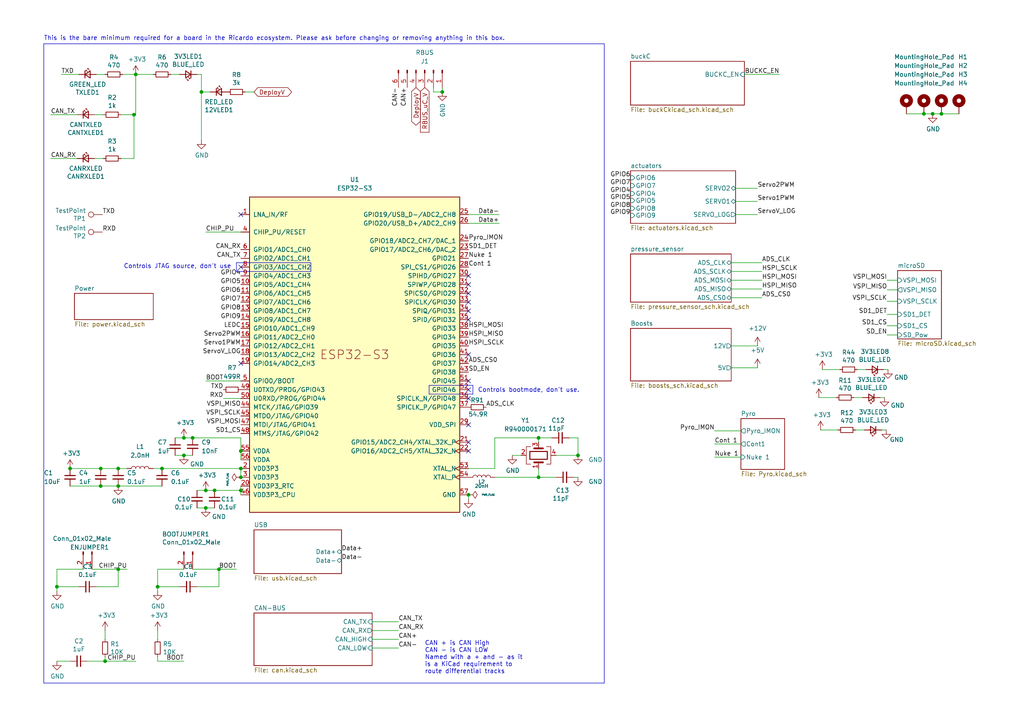
<source format=kicad_sch>
(kicad_sch (version 20231120) (generator "eeschema") (generator_version "8.0")
  (paper "A4")
  (lib_symbols
    (symbol "+12V_1" (power) (pin_names (offset 0))
      (property "Value" "+12V_1" (at 0 3.556 0))
      (symbol "+12V_1_0_1"
        (polyline (pts (xy -0.762 1.27) (xy 0 2.54)))
        (polyline (pts (xy 0 0) (xy 0 2.54)))
        (polyline (pts (xy 0 2.54) (xy 0.762 1.27)))
      )
      (symbol "+12V_1_1_1"
        (pin power_in line (at 0 0 90) (length 0) hide (name "+12V") (number "1"))
      )
    )
    (symbol "Connector:Conn_01x02_Male" (pin_names (offset 1.016) hide)
      (property "Reference" "J" (at 0 2.54 0))
      (property "Value" "Conn_01x02_Male" (at 0 -5.08 0))
      (symbol "Conn_01x02_Male_1_1"
        (polyline (pts (xy 1.27 -2.54) (xy 0.8636 -2.54)) (stroke (width 0.1524)))
        (polyline (pts (xy 1.27 0) (xy 0.8636 0)) (stroke (width 0.1524)))
        (rectangle (start 0.8636 -2.413) (end 0 -2.667) (stroke (width 0.1524)) (fill (type outline)))
        (rectangle (start 0.8636 0.127) (end 0 -0.127) (stroke (width 0.1524)) (fill (type outline)))
        (pin passive line (at 5.08 0 180) (length 3.81) (name "Pin_1") (number "1"))
        (pin passive line (at 5.08 -2.54 180) (length 3.81) (name "Pin_2") (number "2"))
      )
    )
    (symbol "Connector:Conn_01x06_Male" (pin_names (offset 1.016) hide)
      (property "Reference" "J" (at 0 7.62 0))
      (property "Value" "Conn_01x06_Male" (at 0 -10.16 0))
      (symbol "Conn_01x06_Male_1_1"
        (polyline (pts (xy 1.27 -7.62) (xy 0.8636 -7.62)) (stroke (width 0.1524)))
        (polyline (pts (xy 1.27 -5.08) (xy 0.8636 -5.08)) (stroke (width 0.1524)))
        (polyline (pts (xy 1.27 -2.54) (xy 0.8636 -2.54)) (stroke (width 0.1524)))
        (polyline (pts (xy 1.27 0) (xy 0.8636 0)) (stroke (width 0.1524)))
        (polyline (pts (xy 1.27 2.54) (xy 0.8636 2.54)) (stroke (width 0.1524)))
        (polyline (pts (xy 1.27 5.08) (xy 0.8636 5.08)) (stroke (width 0.1524)))
        (rectangle (start 0.8636 -7.493) (end 0 -7.747) (stroke (width 0.1524)) (fill (type outline)))
        (rectangle (start 0.8636 -4.953) (end 0 -5.207) (stroke (width 0.1524)) (fill (type outline)))
        (rectangle (start 0.8636 -2.413) (end 0 -2.667) (stroke (width 0.1524)) (fill (type outline)))
        (rectangle (start 0.8636 0.127) (end 0 -0.127) (stroke (width 0.1524)) (fill (type outline)))
        (rectangle (start 0.8636 2.667) (end 0 2.413) (stroke (width 0.1524)) (fill (type outline)))
        (rectangle (start 0.8636 5.207) (end 0 4.953) (stroke (width 0.1524)) (fill (type outline)))
        (pin passive line (at 5.08 5.08 180) (length 3.81) (name "Pin_1") (number "1"))
        (pin passive line (at 5.08 2.54 180) (length 3.81) (name "Pin_2") (number "2"))
        (pin passive line (at 5.08 0 180) (length 3.81) (name "Pin_3") (number "3"))
        (pin passive line (at 5.08 -2.54 180) (length 3.81) (name "Pin_4") (number "4"))
        (pin passive line (at 5.08 -5.08 180) (length 3.81) (name "Pin_5") (number "5"))
        (pin passive line (at 5.08 -7.62 180) (length 3.81) (name "Pin_6") (number "6"))
      )
    )
    (symbol "Connector:TestPoint" (pin_numbers hide) (pin_names (offset 0.762) hide)
      (property "Reference" "TP" (at 0 6.858 0))
      (property "Value" "TestPoint" (at 0 5.08 0))
      (symbol "TestPoint_0_1"
        (circle (center 0 3.302) (radius 0.762))
      )
      (symbol "TestPoint_1_1"
        (pin passive line (at 0 0 90) (length 2.54) (name "1") (number "1"))
      )
    )
    (symbol "Device:C_Small" (pin_numbers hide) (pin_names (offset 0.254) hide)
      (property "Reference" "C" (at 0.254 1.778 0))
      (property "Value" "C_Small" (at 0.254 -2.032 0))
      (symbol "C_Small_0_1"
        (polyline (pts (xy -1.524 -0.508) (xy 1.524 -0.508)) (stroke (width 0.3302)))
        (polyline (pts (xy -1.524 0.508) (xy 1.524 0.508)) (stroke (width 0.3048)))
      )
      (symbol "C_Small_1_1"
        (pin passive line (at 0 2.54 270) (length 2.032) (name "~") (number "1"))
        (pin passive line (at 0 -2.54 90) (length 2.032) (name "~") (number "2"))
      )
    )
    (symbol "Device:Crystal_GND24" (pin_names (offset 1.016) hide)
      (property "Reference" "Y" (at 3.175 5.08 0))
      (property "Value" "Crystal_GND24" (at 3.175 3.175 0))
      (symbol "Crystal_GND24_0_1"
        (rectangle (start -1.143 2.54) (end 1.143 -2.54) (stroke (width 0.3048)))
        (polyline (pts (xy -2.54 0) (xy -2.032 0)))
        (polyline (pts (xy -2.032 -1.27) (xy -2.032 1.27)) (stroke (width 0.508)))
        (polyline (pts (xy 0 -3.81) (xy 0 -3.556)))
        (polyline (pts (xy 0 3.556) (xy 0 3.81)))
        (polyline (pts (xy 2.032 -1.27) (xy 2.032 1.27)) (stroke (width 0.508)))
        (polyline (pts (xy 2.032 0) (xy 2.54 0)))
        (polyline (pts (xy -2.54 -2.286) (xy -2.54 -3.556) (xy 2.54 -3.556) (xy 2.54 -2.286)))
        (polyline (pts (xy -2.54 2.286) (xy -2.54 3.556) (xy 2.54 3.556) (xy 2.54 2.286)))
      )
      (symbol "Crystal_GND24_1_1"
        (pin passive line (at -3.81 0 0) (length 1.27) (name "1") (number "1"))
        (pin passive line (at 0 5.08 270) (length 1.27) (name "2") (number "2"))
        (pin passive line (at 3.81 0 180) (length 1.27) (name "3") (number "3"))
        (pin passive line (at 0 -5.08 90) (length 1.27) (name "4") (number "4"))
      )
    )
    (symbol "Device:L" (pin_numbers hide) (pin_names (offset 1.016) hide)
      (property "Reference" "L" (at -1.27 0 90))
      (property "Value" "L" (at 1.905 0 90))
      (symbol "L_0_1"
        (arc (start 0 -2.54) (mid 0.6323 -1.905) (end 0 -1.27))
        (arc (start 0 -1.27) (mid 0.6323 -0.635) (end 0 0))
        (arc (start 0 0) (mid 0.6323 0.635) (end 0 1.27))
        (arc (start 0 1.27) (mid 0.6323 1.905) (end 0 2.54))
      )
      (symbol "L_1_1"
        (pin passive line (at 0 3.81 270) (length 1.27) (name "1") (number "1"))
        (pin passive line (at 0 -3.81 90) (length 1.27) (name "2") (number "2"))
      )
    )
    (symbol "Device:LED_Small" (pin_numbers hide) (pin_names (offset 0.254) hide)
      (property "Reference" "D" (at -1.27 3.175 0))
      (property "Value" "LED_Small" (at -4.445 -2.54 0))
      (symbol "LED_Small_0_1"
        (polyline (pts (xy -0.762 -1.016) (xy -0.762 1.016)) (stroke (width 0.254)))
        (polyline (pts (xy 1.016 0) (xy -0.762 0)))
        (polyline (pts (xy 0.762 -1.016) (xy -0.762 0) (xy 0.762 1.016) (xy 0.762 -1.016)) (stroke (width 0.254)))
        (polyline (pts (xy 0 0.762) (xy -0.508 1.27) (xy -0.254 1.27) (xy -0.508 1.27) (xy -0.508 1.016)))
        (polyline (pts (xy 0.508 1.27) (xy 0 1.778) (xy 0.254 1.778) (xy 0 1.778) (xy 0 1.524)))
      )
      (symbol "LED_Small_1_1"
        (pin passive line (at -2.54 0 0) (length 1.778) (name "K") (number "1"))
        (pin passive line (at 2.54 0 180) (length 1.778) (name "A") (number "2"))
      )
    )
    (symbol "Device:R_Small" (pin_numbers hide) (pin_names (offset 0.254) hide)
      (property "Reference" "R" (at 0.762 0.508 0))
      (property "Value" "R_Small" (at 0.762 -1.016 0))
      (symbol "R_Small_0_1"
        (rectangle (start -0.762 1.778) (end 0.762 -1.778) (stroke (width 0.2032)))
      )
      (symbol "R_Small_1_1"
        (pin passive line (at 0 2.54 270) (length 0.762) (name "~") (number "1"))
        (pin passive line (at 0 -2.54 90) (length 0.762) (name "~") (number "2"))
      )
    )
    (symbol "Espressif:ESP32-S3" (pin_names (offset 1.016))
      (property "Reference" "U" (at 0 48.26 0))
      (property "Value" "ESP32-S3" (at 0 -48.26 0))
      (symbol "ESP32-S3_0_0"
        (text "ESP32-S3" (at 0 0 0) (effects (font (size 2.54 2.54))))
        (pin bidirectional line (at 33.02 -12.7 180) (length 2.54) (name "SPICLK_N/GPIO48") (number "36"))
        (pin bidirectional line (at 33.02 -15.24 180) (length 2.54) (name "SPICLK_P/GPIO47") (number "37"))
      )
      (symbol "ESP32-S3_0_1"
        (rectangle (start -30.48 45.72) (end 30.48 -45.72) (stroke (width 0.254)) (fill (type background)))
      )
      (symbol "ESP32-S3_1_1"
        (pin bidirectional line (at -33.02 40.64 0) (length 2.54) (name "LNA_IN/RF") (number "1"))
        (pin bidirectional line (at -33.02 20.32 0) (length 2.54) (name "GPIO5/ADC1_CH4") (number "10"))
        (pin bidirectional line (at -33.02 17.78 0) (length 2.54) (name "GPIO6/ADC1_CH5") (number "11"))
        (pin bidirectional line (at -33.02 15.24 0) (length 2.54) (name "GPIO7/ADC1_CH6") (number "12"))
        (pin bidirectional line (at -33.02 12.7 0) (length 2.54) (name "GPIO8/ADC1_CH7") (number "13"))
        (pin bidirectional line (at -33.02 10.16 0) (length 2.54) (name "GPIO9/ADC1_CH8") (number "14"))
        (pin bidirectional line (at -33.02 7.62 0) (length 2.54) (name "GPIO10/ADC1_CH9") (number "15"))
        (pin bidirectional line (at -33.02 5.08 0) (length 2.54) (name "GPIO11/ADC2_CH0") (number "16"))
        (pin bidirectional line (at -33.02 2.54 0) (length 2.54) (name "GPIO12/ADC2_CH1") (number "17"))
        (pin bidirectional line (at -33.02 0 0) (length 2.54) (name "GPIO13/ADC2_CH2") (number "18"))
        (pin bidirectional line (at -33.02 -2.54 0) (length 2.54) (name "GPIO14/ADC2_CH3") (number "19"))
        (pin power_in line (at -33.02 -33.02 0) (length 2.54) (name "VDD3P3") (number "2"))
        (pin power_in line (at -33.02 -38.1 0) (length 2.54) (name "VDD3P3_RTC") (number "20"))
        (pin input clock (at 33.02 -25.4 180) (length 2.54) (name "GPIO15/ADC2_CH4/XTAL_32K_P") (number "21"))
        (pin output clock (at 33.02 -27.94 180) (length 2.54) (name "GPIO16/ADC2_CH5/XTAL_32K_N") (number "22"))
        (pin bidirectional line (at 33.02 30.48 180) (length 2.54) (name "GPIO17/ADC2_CH6/DAC_2") (number "23"))
        (pin bidirectional line (at 33.02 33.02 180) (length 2.54) (name "GPIO18/ADC2_CH7/DAC_1") (number "24"))
        (pin bidirectional line (at 33.02 40.64 180) (length 2.54) (name "GPIO19/USB_D-/ADC2_CH8") (number "25"))
        (pin bidirectional line (at 33.02 38.1 180) (length 2.54) (name "GPIO20/USB_D+/ADC2_CH9") (number "26"))
        (pin bidirectional line (at 33.02 27.94 180) (length 2.54) (name "GPIO21") (number "27"))
        (pin bidirectional line (at 33.02 25.4 180) (length 2.54) (name "SPI_CS1/GPIO26") (number "28"))
        (pin power_out line (at 33.02 -20.32 180) (length 2.54) (name "VDD_SPI") (number "29"))
        (pin power_in line (at -33.02 -35.56 0) (length 2.54) (name "VDD3P3") (number "3"))
        (pin bidirectional line (at 33.02 22.86 180) (length 2.54) (name "SPIHD/GPIO27") (number "30"))
        (pin bidirectional line (at 33.02 20.32 180) (length 2.54) (name "SPIWP/GPIO28") (number "31"))
        (pin bidirectional line (at 33.02 17.78 180) (length 2.54) (name "SPICS0/GPIO29") (number "32"))
        (pin bidirectional line (at 33.02 15.24 180) (length 2.54) (name "SPICLK/GPIO30") (number "33"))
        (pin bidirectional line (at 33.02 12.7 180) (length 2.54) (name "SPIQ/GPIO31") (number "34"))
        (pin bidirectional line (at 33.02 10.16 180) (length 2.54) (name "SPID/GPIO32") (number "35"))
        (pin bidirectional line (at 33.02 7.62 180) (length 2.54) (name "GPIO33") (number "38"))
        (pin bidirectional line (at 33.02 5.08 180) (length 2.54) (name "GPIO34") (number "39"))
        (pin input line (at -33.02 35.56 0) (length 2.54) (name "CHIP_PU/RESET") (number "4"))
        (pin bidirectional line (at 33.02 2.54 180) (length 2.54) (name "GPIO35") (number "40"))
        (pin bidirectional line (at 33.02 0 180) (length 2.54) (name "GPIO36") (number "41"))
        (pin bidirectional line (at 33.02 -2.54 180) (length 2.54) (name "GPIO37") (number "42"))
        (pin bidirectional line (at 33.02 -5.08 180) (length 2.54) (name "GPIO38") (number "43"))
        (pin bidirectional line (at -33.02 -15.24 0) (length 2.54) (name "MTCK/JTAG/GPIO39") (number "44"))
        (pin bidirectional line (at -33.02 -17.78 0) (length 2.54) (name "MTDO/JTAG/GPIO40") (number "45"))
        (pin power_in line (at -33.02 -40.64 0) (length 2.54) (name "VDD3P3_CPU") (number "46"))
        (pin bidirectional line (at -33.02 -20.32 0) (length 2.54) (name "MTDI/JTAG/GPIO41") (number "47"))
        (pin bidirectional line (at -33.02 -22.86 0) (length 2.54) (name "MTMS/JTAG/GPIO42") (number "48"))
        (pin bidirectional line (at -33.02 -10.16 0) (length 2.54) (name "U0TXD/PROG/GPIO43") (number "49"))
        (pin bidirectional line (at -33.02 -7.62 0) (length 2.54) (name "GPIO0/BOOT") (number "5"))
        (pin bidirectional line (at -33.02 -12.7 0) (length 2.54) (name "U0RXD/PROG/GPIO44") (number "50"))
        (pin bidirectional line (at 33.02 -7.62 180) (length 2.54) (name "GPIO45") (number "51"))
        (pin bidirectional line (at 33.02 -10.16 180) (length 2.54) (name "GPIO46") (number "52"))
        (pin input clock (at 33.02 -33.02 180) (length 2.54) (name "XTAL_N") (number "53"))
        (pin output clock (at 33.02 -35.56 180) (length 2.54) (name "XTAL_P") (number "54"))
        (pin power_in line (at -33.02 -27.94 0) (length 2.54) (name "VDDA") (number "55"))
        (pin power_in line (at -33.02 -30.48 0) (length 2.54) (name "VDDA") (number "56"))
        (pin power_in line (at 33.02 -40.64 180) (length 2.54) (name "GND") (number "57"))
        (pin bidirectional line (at -33.02 30.48 0) (length 2.54) (name "GPIO1/ADC1_CH0") (number "6"))
        (pin bidirectional line (at -33.02 27.94 0) (length 2.54) (name "GPIO2/ADC1_CH1") (number "7"))
        (pin bidirectional line (at -33.02 25.4 0) (length 2.54) (name "GPIO3/ADC1_CH2") (number "8"))
        (pin bidirectional line (at -33.02 22.86 0) (length 2.54) (name "GPIO4/ADC1_CH3") (number "9"))
      )
    )
    (symbol "Jumper:SolderJumper_2_Open" (pin_names (offset 0) hide)
      (property "Reference" "JP" (at 0 2.032 0))
      (property "Value" "SolderJumper_2_Open" (at 0 -2.54 0))
      (symbol "SolderJumper_2_Open_0_1"
        (arc (start -0.254 1.016) (mid -1.2656 0) (end -0.254 -1.016))
        (arc (start -0.254 1.016) (mid -1.2656 0) (end -0.254 -1.016) (fill (type outline)))
        (polyline (pts (xy -0.254 1.016) (xy -0.254 -1.016)))
        (polyline (pts (xy 0.254 1.016) (xy 0.254 -1.016)))
        (arc (start 0.254 -1.016) (mid 1.2656 0) (end 0.254 1.016))
        (arc (start 0.254 -1.016) (mid 1.2656 0) (end 0.254 1.016) (fill (type outline)))
      )
      (symbol "SolderJumper_2_Open_1_1"
        (pin passive line (at -3.81 0 0) (length 2.54) (name "A") (number "1"))
        (pin passive line (at 3.81 0 180) (length 2.54) (name "B") (number "2"))
      )
    )
    (symbol "Mechanical:MountingHole_Pad" (pin_numbers hide) (pin_names (offset 1.016) hide)
      (property "Reference" "H" (at 0 6.35 0))
      (property "Value" "MountingHole_Pad" (at 0 4.445 0))
      (symbol "MountingHole_Pad_0_1"
        (circle (center 0 1.27) (radius 1.27) (stroke (width 1.27)))
      )
      (symbol "MountingHole_Pad_1_1"
        (pin input line (at 0 -2.54 90) (length 2.54) (name "1") (number "1"))
      )
    )
    (symbol "power:+3.3V" (power) (pin_names (offset 0))
      (property "Value" "+3.3V" (at 0 3.556 0))
      (symbol "+3.3V_0_1"
        (polyline (pts (xy -0.762 1.27) (xy 0 2.54)))
        (polyline (pts (xy 0 0) (xy 0 2.54)))
        (polyline (pts (xy 0 2.54) (xy 0.762 1.27)))
      )
      (symbol "+3.3V_1_1"
        (pin power_in line (at 0 0 90) (length 0) hide (name "+3V3") (number "1"))
      )
    )
    (symbol "power:+5V" (power) (pin_names (offset 0))
      (property "Value" "+5V" (at 0 3.556 0))
      (symbol "+5V_0_1"
        (polyline (pts (xy -0.762 1.27) (xy 0 2.54)))
        (polyline (pts (xy 0 0) (xy 0 2.54)))
        (polyline (pts (xy 0 2.54) (xy 0.762 1.27)))
      )
      (symbol "+5V_1_1"
        (pin power_in line (at 0 0 90) (length 0) hide (name "+5V") (number "1"))
      )
    )
    (symbol "power:GND" (power) (pin_names (offset 0))
      (property "Value" "GND" (at 0 -3.81 0))
      (symbol "GND_0_1"
        (polyline (pts (xy 0 0) (xy 0 -1.27) (xy 1.27 -1.27) (xy 0 -2.54) (xy -1.27 -1.27) (xy 0 -1.27)))
      )
      (symbol "GND_1_1"
        (pin power_in line (at 0 0 270) (length 0) hide (name "GND") (number "1"))
      )
    )
    (symbol "power:PWR_FLAG" (power) (pin_numbers hide) (pin_names (offset 0) hide)
      (property "Value" "PWR_FLAG" (at 0 3.81 0))
      (symbol "PWR_FLAG_0_0"
        (pin power_out line (at 0 0 90) (length 0) (name "pwr") (number "1"))
      )
      (symbol "PWR_FLAG_0_1"
        (polyline (pts (xy 0 0) (xy 0 1.27) (xy -1.016 1.905) (xy 0 2.54) (xy 1.016 1.905) (xy 0 1.27)))
      )
    )
  )
  (junction (at 39.37 21.59))
  (junction (at 59.69 142.24))
  (junction (at 341.376 108.966))
  (junction (at 53.34 127))
  (junction (at 58.42 26.67))
  (junction (at 364.109 118.364))
  (junction (at 30.48 191.77))
  (junction (at 364.109 127.254))
  (junction (at 364.109 122.809))
  (junction (at 364.109 108.966))
  (junction (at 69.85 142.24))
  (junction (at 55.88 127))
  (junction (at 63.5 165.1))
  (junction (at 59.69 147.32))
  (junction (at 62.23 142.24))
  (junction (at 34.29 135.89))
  (junction (at 341.376 122.936))
  (junction (at 69.85 138.43))
  (junction (at 20.32 135.89))
  (junction (at 45.72 170.18))
  (junction (at 338.074 122.936))
  (junction (at 29.21 135.89))
  (junction (at 34.29 140.97))
  (junction (at 156.21 127))
  (junction (at 273.05 33.02))
  (junction (at 53.34 132.08))
  (junction (at 156.21 138.43))
  (junction (at 29.21 140.97))
  (junction (at 341.376 118.364))
  (junction (at 16.51 170.18))
  (junction (at 69.85 130.81))
  (junction (at 341.376 127.254))
  (junction (at 270.51 33.02))
  (junction (at 267.97 33.02))
  (junction (at 38.862 33.274))
  (junction (at 167.64 132.08))
  (junction (at 364.109 136.398))
  (junction (at 46.99 135.89))
  (junction (at 128.27 26.67))
  (junction (at 34.29 165.1))
  (junction (at 69.85 135.89))
  (junction (at 341.376 136.398))
  (junction (at 135.89 143.51))
  (no_connect (at 135.89 82.55))
  (no_connect (at 135.89 130.81))
  (no_connect (at 135.89 110.49))
  (no_connect (at 135.89 92.71))
  (no_connect (at 135.89 128.27))
  (no_connect (at 135.89 90.17))
  (no_connect (at 69.85 77.47))
  (no_connect (at 135.89 85.09))
  (no_connect (at 69.85 105.41))
  (no_connect (at 135.89 87.63))
  (no_connect (at 69.85 62.23))
  (no_connect (at 135.89 113.03))
  (no_connect (at 135.89 115.57))
  (no_connect (at 135.89 123.19))
  (no_connect (at 135.89 80.01))
  (no_connect (at 135.89 102.87))
  (wire (pts (xy 247.65 115.316) (xy 250.19 115.316)))
  (wire (pts (xy 257.302 94.488) (xy 260.35 94.488)))
  (wire (pts (xy 30.48 191.77) (xy 30.48 190.5)))
  (wire (pts (xy 135.89 64.77) (xy 144.78 64.77)))
  (wire (pts (xy 69.85 135.89) (xy 69.85 138.43)))
  (polyline (pts (xy 90.17 78.74) (xy 68.58 78.74)))
  (wire (pts (xy 63.5 170.18) (xy 63.5 165.1)))
  (polyline (pts (xy 68.58 76.2) (xy 68.58 78.74)))
  (wire (pts (xy 213.36 58.42) (xy 219.71 58.42)))
  (wire (pts (xy 60.96 26.67) (xy 58.42 26.67)))
  (wire (pts (xy 341.376 118.364) (xy 351.282 118.364)))
  (wire (pts (xy 16.51 191.77) (xy 20.32 191.77)))
  (wire (pts (xy 257.302 91.186) (xy 260.35 91.186)))
  (wire (pts (xy 107.95 180.34) (xy 115.57 180.34)))
  (wire (pts (xy 341.376 145.288) (xy 352.044 145.288)))
  (wire (pts (xy 128.27 25.4) (xy 128.27 26.67)))
  (wire (pts (xy 14.732 45.974) (xy 22.352 45.974)))
  (wire (pts (xy 212.09 83.82) (xy 220.98 83.82)))
  (wire (pts (xy 27.432 33.274) (xy 29.972 33.274)))
  (wire (pts (xy 212.09 81.28) (xy 220.98 81.28)))
  (wire (pts (xy 341.376 99.314) (xy 341.376 108.966)))
  (wire (pts (xy 160.02 127) (xy 156.21 127)))
  (wire (pts (xy 257.556 107.188) (xy 256.286 107.188)))
  (wire (pts (xy 355.854 108.966) (xy 364.109 108.966)))
  (wire (pts (xy 45.72 165.1) (xy 53.34 165.1)))
  (wire (pts (xy 125.73 26.67) (xy 128.27 26.67)))
  (wire (pts (xy 341.376 127.254) (xy 351.536 127.254)))
  (wire (pts (xy 58.42 21.59) (xy 57.15 21.59)))
  (wire (pts (xy 29.21 135.89) (xy 34.29 135.89)))
  (wire (pts (xy 143.51 138.43) (xy 156.21 138.43)))
  (wire (pts (xy 364.109 99.314) (xy 364.109 108.966)))
  (wire (pts (xy 59.69 110.49) (xy 69.85 110.49)))
  (wire (pts (xy 355.854 99.314) (xy 364.109 99.314)))
  (polyline (pts (xy 12.7 12.7) (xy 12.7 198.12)))
  (wire (pts (xy 14.732 33.274) (xy 22.352 33.274)))
  (wire (pts (xy 337.058 122.936) (xy 338.074 122.936)))
  (wire (pts (xy 267.97 33.02) (xy 262.89 33.02)))
  (wire (pts (xy 213.36 54.61) (xy 219.71 54.61)))
  (wire (pts (xy 16.51 170.18) (xy 16.51 171.45)))
  (wire (pts (xy 214.884 124.968) (xy 207.264 124.968)))
  (wire (pts (xy 57.15 170.18) (xy 63.5 170.18)))
  (polyline (pts (xy 137.16 111.76) (xy 137.16 114.3)))
  (wire (pts (xy 68.58 165.1) (xy 63.5 165.1)))
  (wire (pts (xy 27.94 21.59) (xy 30.48 21.59)))
  (wire (pts (xy 16.51 165.1) (xy 16.51 170.18)))
  (wire (pts (xy 161.29 132.08) (xy 167.64 132.08)))
  (wire (pts (xy 341.376 136.398) (xy 341.376 145.288)))
  (wire (pts (xy 30.48 182.88) (xy 30.48 185.42)))
  (wire (pts (xy 57.15 147.32) (xy 59.69 147.32)))
  (polyline (pts (xy 68.58 76.2) (xy 90.17 76.2)))
  (wire (pts (xy 34.29 135.89) (xy 36.83 135.89)))
  (wire (pts (xy 69.85 142.24) (xy 69.85 143.51)))
  (wire (pts (xy 356.362 118.364) (xy 364.109 118.364)))
  (wire (pts (xy 39.37 21.59) (xy 39.37 33.274)))
  (wire (pts (xy 62.23 142.24) (xy 69.85 142.24)))
  (wire (pts (xy 341.376 108.966) (xy 341.376 118.364)))
  (wire (pts (xy 356.87 136.398) (xy 364.109 136.398)))
  (wire (pts (xy 64.77 115.57) (xy 69.85 115.57)))
  (wire (pts (xy 53.34 132.08) (xy 55.88 132.08)))
  (wire (pts (xy 356.616 127.254) (xy 364.109 127.254)))
  (wire (pts (xy 143.51 135.89) (xy 143.51 127)))
  (wire (pts (xy 341.376 136.398) (xy 351.79 136.398)))
  (wire (pts (xy 364.109 127.254) (xy 364.109 136.398)))
  (wire (pts (xy 237.998 124.714) (xy 243.078 124.714)))
  (wire (pts (xy 156.21 127) (xy 156.21 128.27)))
  (wire (pts (xy 34.29 165.1) (xy 36.83 165.1)))
  (wire (pts (xy 50.8 132.08) (xy 53.34 132.08)))
  (wire (pts (xy 341.376 99.314) (xy 350.774 99.314)))
  (polyline (pts (xy 124.46 111.76) (xy 124.46 114.3)))
  (wire (pts (xy 207.264 132.588) (xy 214.884 132.588)))
  (polyline (pts (xy 12.7 12.7) (xy 175.26 12.7)))
  (wire (pts (xy 55.88 127) (xy 69.85 127)))
  (wire (pts (xy 213.36 62.23) (xy 219.71 62.23)))
  (wire (pts (xy 44.45 135.89) (xy 46.99 135.89)))
  (wire (pts (xy 212.09 76.2) (xy 220.98 76.2)))
  (wire (pts (xy 341.376 118.364) (xy 341.376 122.936)))
  (wire (pts (xy 238.506 107.188) (xy 243.586 107.188)))
  (wire (pts (xy 22.86 170.18) (xy 16.51 170.18)))
  (wire (pts (xy 357.124 145.288) (xy 364.109 145.288)))
  (wire (pts (xy 50.8 127) (xy 53.34 127)))
  (wire (pts (xy 17.78 21.59) (xy 22.86 21.59)))
  (wire (pts (xy 38.862 33.274) (xy 38.862 45.974)))
  (wire (pts (xy 52.07 170.18) (xy 45.72 170.18)))
  (wire (pts (xy 278.13 33.02) (xy 273.05 33.02)))
  (wire (pts (xy 212.09 106.68) (xy 219.71 106.68)))
  (wire (pts (xy 29.21 140.97) (xy 34.29 140.97)))
  (wire (pts (xy 35.56 21.59) (xy 39.37 21.59)))
  (wire (pts (xy 215.9 21.59) (xy 226.06 21.59)))
  (wire (pts (xy 107.95 187.96) (xy 115.57 187.96)))
  (wire (pts (xy 341.376 108.966) (xy 350.774 108.966)))
  (wire (pts (xy 107.95 182.88) (xy 115.57 182.88)))
  (wire (pts (xy 69.85 127) (xy 69.85 130.81)))
  (polyline (pts (xy 137.16 114.3) (xy 124.46 114.3)))
  (wire (pts (xy 55.88 165.1) (xy 63.5 165.1)))
  (wire (pts (xy 125.73 25.4) (xy 125.73 26.67)))
  (wire (pts (xy 25.4 191.77) (xy 30.48 191.77)))
  (wire (pts (xy 273.05 33.02) (xy 270.51 33.02)))
  (wire (pts (xy 135.89 135.89) (xy 143.51 135.89)))
  (wire (pts (xy 45.72 170.18) (xy 45.72 171.45)))
  (wire (pts (xy 45.72 191.77) (xy 45.72 190.5)))
  (wire (pts (xy 49.53 21.59) (xy 52.07 21.59)))
  (wire (pts (xy 257.302 97.155) (xy 260.35 97.155)))
  (wire (pts (xy 148.59 132.08) (xy 151.13 132.08)))
  (wire (pts (xy 58.42 21.59) (xy 58.42 26.67)))
  (wire (pts (xy 161.29 138.43) (xy 156.21 138.43)))
  (wire (pts (xy 237.49 115.316) (xy 242.57 115.316)))
  (wire (pts (xy 59.69 67.31) (xy 69.85 67.31)))
  (wire (pts (xy 341.376 127.254) (xy 341.376 136.398)))
  (wire (pts (xy 38.862 45.974) (xy 35.052 45.974)))
  (wire (pts (xy 257.048 124.714) (xy 255.778 124.714)))
  (wire (pts (xy 53.34 191.77) (xy 45.72 191.77)))
  (wire (pts (xy 58.42 26.67) (xy 58.42 40.64)))
  (wire (pts (xy 364.109 108.966) (xy 364.109 118.364)))
  (wire (pts (xy 156.21 135.89) (xy 156.21 138.43)))
  (wire (pts (xy 34.29 170.18) (xy 34.29 165.1)))
  (polyline (pts (xy 90.17 76.2) (xy 90.17 78.74)))
  (wire (pts (xy 27.432 45.974) (xy 29.972 45.974)))
  (wire (pts (xy 143.51 127) (xy 156.21 127)))
  (wire (pts (xy 167.64 138.43) (xy 166.37 138.43)))
  (wire (pts (xy 364.109 136.398) (xy 364.109 145.288)))
  (wire (pts (xy 20.32 135.89) (xy 29.21 135.89)))
  (wire (pts (xy 338.074 122.936) (xy 341.376 122.936)))
  (wire (pts (xy 260.35 87.376) (xy 257.302 87.376)))
  (wire (pts (xy 212.09 78.74) (xy 220.98 78.74)))
  (wire (pts (xy 369.57 122.809) (xy 364.109 122.809)))
  (wire (pts (xy 248.158 124.714) (xy 250.698 124.714)))
  (wire (pts (xy 167.64 127) (xy 167.64 132.08)))
  (wire (pts (xy 207.264 128.778) (xy 214.884 128.778)))
  (wire (pts (xy 39.37 33.274) (xy 38.862 33.274)))
  (wire (pts (xy 39.37 21.59) (xy 44.45 21.59)))
  (wire (pts (xy 260.35 84.074) (xy 257.302 84.074)))
  (polyline (pts (xy 124.46 111.76) (xy 137.16 111.76)))
  (wire (pts (xy 59.69 147.32) (xy 62.23 147.32)))
  (wire (pts (xy 30.48 191.77) (xy 39.37 191.77)))
  (wire (pts (xy 270.51 33.02) (xy 267.97 33.02)))
  (wire (pts (xy 248.666 107.188) (xy 251.206 107.188)))
  (wire (pts (xy 107.95 185.42) (xy 115.57 185.42)))
  (wire (pts (xy 53.34 127) (xy 55.88 127)))
  (wire (pts (xy 73.66 26.67) (xy 71.12 26.67)))
  (wire (pts (xy 46.99 135.89) (xy 69.85 135.89)))
  (polyline (pts (xy 175.26 12.7) (xy 175.26 198.12)))
  (wire (pts (xy 256.54 115.316) (xy 255.27 115.316)))
  (wire (pts (xy 34.29 140.97) (xy 46.99 140.97)))
  (wire (pts (xy 212.09 100.33) (xy 219.71 100.33)))
  (wire (pts (xy 260.35 81.28) (xy 257.302 81.28)))
  (wire (pts (xy 364.109 118.364) (xy 364.109 122.809)))
  (wire (pts (xy 38.862 33.274) (xy 35.052 33.274)))
  (wire (pts (xy 364.109 122.809) (xy 364.109 127.254)))
  (wire (pts (xy 135.89 62.23) (xy 144.78 62.23)))
  (wire (pts (xy 27.94 170.18) (xy 34.29 170.18)))
  (wire (pts (xy 45.72 165.1) (xy 45.72 170.18)))
  (wire (pts (xy 69.85 130.81) (xy 69.85 133.35)))
  (wire (pts (xy 59.69 142.24) (xy 62.23 142.24)))
  (wire (pts (xy 57.15 142.24) (xy 59.69 142.24)))
  (wire (pts (xy 20.32 140.97) (xy 29.21 140.97)))
  (wire (pts (xy 69.85 142.24) (xy 69.85 140.97)))
  (wire (pts (xy 167.64 127) (xy 165.1 127)))
  (wire (pts (xy 26.67 165.1) (xy 34.29 165.1)))
  (wire (pts (xy 135.89 144.78) (xy 135.89 143.51)))
  (wire (pts (xy 45.72 182.88) (xy 45.72 185.42)))
  (wire (pts (xy 16.51 165.1) (xy 24.13 165.1)))
  (wire (pts (xy 341.376 122.936) (xy 341.376 127.254)))
  (polyline (pts (xy 175.26 198.12) (xy 12.7 198.12)))
  (wire (pts (xy 212.09 86.36) (xy 220.98 86.36)))
  (text "Controls bootmode, don't use.\n" (at 138.5894 113.9757 0) (effects (font (size 1.27 1.27)) (justify left bottom)))
  (text "This is the bare minimum required for a board in the Ricardo ecosystem. Please ask before changing or removing anything in this box.\n\n" (at 12.7 13.97 0) (effects (font (size 1.27 1.27)) (justify left bottom)))
  (text "CAN + is CAN High\nCAN - is CAN LOW\nNamed with a + and - as it\nis a KiCad requirement to\nroute differential tracks\n" (at 123.19 195.58 0) (effects (font (size 1.27 1.27)) (justify left bottom)))
  (text "Controls JTAG source, don't use\n" (at 67.0857 78.0878 0) (effects (font (size 1.27 1.27)) (justify right bottom)))
  (label "Nuke 1" (at 207.264 132.588 0))
  (label "HSPI_MOSI" (at 220.98 81.28 0))
  (label "SD1_DET" (at 135.89 72.39 0))
  (label "BUCKC_EN" (at 226.06 21.59 180))
  (label "CHIP_PU" (at 36.83 165.1 180))
  (label "Servo1PWM" (at 219.71 58.42 0))
  (label "SD_EN" (at 135.89 107.95 0))
  (label "GPIO7" (at 182.88 53.848 180))
  (label "HSPI_MISO" (at 220.98 83.82 0))
  (label "GPIO6" (at 182.88 51.562 180))
  (label "HSPI_SCLK" (at 220.98 78.74 0))
  (label "Servo2PWM" (at 69.85 97.79 180))
  (label "Pyro_IMON" (at 135.89 69.85 0))
  (label "SD1_CS" (at 257.302 94.488 180))
  (label "CAN+" (at 115.57 185.42 0))
  (label "ADS_CS0" (at 220.98 86.36 0))
  (label "Servo1PWM" (at 69.85 100.33 180))
  (label "Data+" (at 99.06 160.02 0))
  (label "RXD" (at 29.718 67.31 0))
  (label "GPIO7" (at 69.85 87.63 180))
  (label "VSPI_SCLK" (at 69.85 120.65 180))
  (label "SD_EN" (at 257.302 97.155 180))
  (label "SD1_CS" (at 69.85 125.73 180))
  (label "GPIO9" (at 69.85 92.71 180))
  (label "HSPI_SCLK" (at 135.89 100.33 0))
  (label "CAN_TX" (at 69.85 74.93 180))
  (label "Servo2PWM" (at 219.71 54.61 0))
  (label "Cont 1" (at 207.264 128.778 0))
  (label "Data-" (at 99.06 162.56 0))
  (label "VSPI_MISO" (at 69.85 118.11 180))
  (label "BOOT" (at 53.34 191.77 180))
  (label "ADS_CLK" (at 140.97 118.11 0))
  (label "LEDC" (at 69.85 95.25 180))
  (label "TXD" (at 29.718 62.23 0))
  (label "CAN-" (at 115.57 25.4 270))
  (label "CAN+" (at 118.11 25.4 270))
  (label "CAN_TX" (at 115.57 180.34 0))
  (label "CAN_TX" (at 14.732 33.274 0))
  (label "GPIO8" (at 69.85 90.17 180))
  (label "SD1_DET" (at 257.302 91.186 180))
  (label "Cont 1" (at 135.89 77.47 0))
  (label "BOOT" (at 68.58 165.1 180))
  (label "ServoV_LOG" (at 69.85 102.87 180))
  (label "CAN_RX" (at 14.732 45.974 0))
  (label "GPIO5" (at 69.85 82.55 180))
  (label "GPIO6" (at 69.85 85.09 180))
  (label "VSPI_SCLK" (at 257.302 87.376 180))
  (label "CAN_RX" (at 69.85 72.39 180))
  (label "RXD" (at 64.77 115.57 180))
  (label "BOOT" (at 59.69 110.49 0))
  (label "TXD" (at 64.77 113.03 180))
  (label "GPIO9" (at 182.88 62.484 180))
  (label "ADS_CS0" (at 135.89 105.41 0))
  (label "ADS_CLK" (at 220.98 76.2 0))
  (label "Nuke 1" (at 135.89 74.93 0))
  (label "VSPI_MOSI" (at 257.302 81.28 180))
  (label "GPIO4" (at 182.88 56.134 180))
  (label "CHIP_PU" (at 59.69 67.31 0))
  (label "VSPI_MISO" (at 257.302 84.074 180))
  (label "ServoV_LOG" (at 219.71 62.23 0))
  (label "GPIO8" (at 182.88 60.452 180))
  (label "Pyro_IMON" (at 207.264 124.968 180))
  (label "CAN_RX" (at 115.57 182.88 0))
  (label "VSPI_MOSI" (at 69.85 123.19 180))
  (label "Data+" (at 144.78 64.77 180))
  (label "Data-" (at 144.78 62.23 180))
  (label "CAN-" (at 115.57 187.96 0))
  (label "GPIO4" (at 69.85 80.01 180))
  (label "GPIO5" (at 182.88 58.166 180))
  (label "HSPI_MISO" (at 135.89 97.79 0))
  (label "LEDC" (at 331.978 122.936 180))
  (label "TXD" (at 17.78 21.59 0))
  (label "CHIP_PU" (at 39.37 191.77 180))
  (label "HSPI_MOSI" (at 135.89 95.25 0))
  (global_label "DeployV" (shape bidirectional) (at 73.66 26.67 0) (property "Intersheetrefs" "${INTERSHEET_REFS}" (effects (hide yes))))
  (global_label "DeployV" (shape bidirectional) (at 120.65 25.4 270) (property "Intersheetrefs" "${INTERSHEET_REFS}" (effects (hide yes))))
  (global_label "RBUS_uC_V" (shape input) (at 123.19 25.4 270) (property "Intersheetrefs" "${INTERSHEET_REFS}" (effects (hide yes))))
  (symbol (lib_id "power:+3.3V") (at 30.48 182.88 0) (unit 1)
    (property "Reference" "#PWR04" (effects (hide yes)))
    (property "Value" "+3V3" (at 30.861 178.4858 0))
  )
  (symbol (lib_id "Device:R_Small") (at 30.48 187.96 0) (unit 1)
    (property "Reference" "R1" (at 31.9786 186.7916 0) (effects (justify left)))
    (property "Value" "10K" (at 31.9786 189.103 0) (effects (justify left)))
    (property "Footprint" "Resistor_SMD:R_0402_1005Metric" (effects (hide yes)))
  )
  (symbol (lib_id "Device:C_Small") (at 22.86 191.77 270) (unit 1)
    (property "Reference" "C2" (at 22.86 185.9534 90))
    (property "Value" "1uF" (at 22.86 188.2648 90))
    (property "Footprint" "Capacitor_SMD:C_0402_1005Metric" (effects (hide yes)))
  )
  (symbol (lib_id "power:GND") (at 16.51 191.77 0) (unit 1)
    (property "Reference" "#PWR02" (effects (hide yes)))
    (property "Value" "GND" (at 16.637 196.1642 0))
  )
  (symbol (lib_id "power:+3.3V") (at 45.72 182.88 0) (unit 1)
    (property "Reference" "#PWR08" (effects (hide yes)))
    (property "Value" "+3V3" (at 46.101 178.4858 0))
  )
  (symbol (lib_id "Device:R_Small") (at 45.72 187.96 0) (unit 1)
    (property "Reference" "R5" (at 47.2186 186.7916 0) (effects (justify left)))
    (property "Value" "10K" (at 47.2186 189.103 0) (effects (justify left)))
    (property "Footprint" "Resistor_SMD:R_0402_1005Metric" (effects (hide yes)))
  )
  (symbol (lib_id "power:GND") (at 45.72 171.45 0) (unit 1)
    (property "Reference" "#PWR07" (effects (hide yes)))
    (property "Value" "GND" (at 45.847 175.8442 0))
  )
  (symbol (lib_id "Device:C_Small") (at 54.61 170.18 270) (unit 1)
    (property "Reference" "C8" (at 54.61 164.3634 90))
    (property "Value" "0.1uF" (at 54.61 166.6748 90))
    (property "Footprint" "Capacitor_SMD:C_0402_1005Metric" (effects (hide yes)))
  )
  (symbol (lib_id "power:GND") (at 16.51 171.45 0) (unit 1)
    (property "Reference" "#PWR01" (effects (hide yes)))
    (property "Value" "GND" (at 16.637 175.8442 0))
  )
  (symbol (lib_id "Device:C_Small") (at 25.4 170.18 270) (unit 1)
    (property "Reference" "C3" (at 25.4 164.3634 90))
    (property "Value" "0.1uF" (at 25.4 166.6748 90))
    (property "Footprint" "Capacitor_SMD:C_0402_1005Metric" (effects (hide yes)))
  )
  (symbol (lib_id "Device:LED_Small") (at 25.4 21.59 0) (unit 1)
    (property "Reference" "TXLED1" (at 25.4 26.797 0))
    (property "Value" "GREEN_LED" (at 25.4 24.4856 0))
    (property "Footprint" "Resistor_SMD:R_0402_1005Metric" (effects (hide yes)))
  )
  (symbol (lib_id "Device:R_Small") (at 33.02 21.59 270) (unit 1)
    (property "Reference" "R4" (at 33.02 16.6116 90))
    (property "Value" "470" (at 33.02 18.923 90))
    (property "Footprint" "Resistor_SMD:R_0402_1005Metric" (effects (hide yes)))
  )
  (symbol (lib_id "power:GND") (at 58.42 40.64 0) (unit 1)
    (property "Reference" "#PWR011" (effects (hide yes)))
    (property "Value" "GND" (at 58.547 45.0342 0))
  )
  (symbol (lib_id "power:+3.3V") (at 39.37 21.59 0) (unit 1)
    (property "Reference" "#PWR06" (effects (hide yes)))
    (property "Value" "+3V3" (at 39.751 17.1958 0))
  )
  (symbol (lib_id "Device:LED_Small") (at 54.61 21.59 180) (unit 1)
    (property "Reference" "3V3LED1" (at 54.61 16.383 0))
    (property "Value" "BLUE_LED" (at 54.61 18.6944 0))
    (property "Footprint" "Resistor_SMD:R_0402_1005Metric" (effects (hide yes)))
  )
  (symbol (lib_id "Device:R_Small") (at 46.99 21.59 270) (unit 1)
    (property "Reference" "R6" (at 46.99 16.6116 90))
    (property "Value" "470" (at 46.99 18.923 90))
    (property "Footprint" "Resistor_SMD:R_0402_1005Metric" (effects (hide yes)))
  )
  (symbol (lib_id "Connector:Conn_01x02_Male") (at 26.67 160.02 270) (unit 1)
    (property "Reference" "ENJUMPER1" (at 20.32 158.75 90) (effects (justify left)))
    (property "Value" "Conn_01x02_Male" (at 15.24 156.21 90) (effects (justify left)))
    (property "Footprint" "Connector_PinHeader_2.54mm:PinHeader_1x02_P2.54mm_Vertical" (effects (hide yes)))
  )
  (symbol (lib_id "Connector:Conn_01x02_Male") (at 55.88 160.02 270) (unit 1)
    (property "Reference" "BOOTJUMPER1" (at 46.99 154.94 90) (effects (justify left)))
    (property "Value" "Conn_01x02_Male" (at 46.99 157.2514 90) (effects (justify left)))
    (property "Footprint" "Connector_PinHeader_2.54mm:PinHeader_1x02_P2.54mm_Vertical" (effects (hide yes)))
  )
  (symbol (lib_id "power:GND") (at 128.27 26.67 0) (unit 1)
    (property "Reference" "#PWR016" (effects (hide yes)))
    (property "Value" "GND" (at 128.397 29.9212 90) (effects (justify right)))
  )
  (symbol (lib_id "Connector:Conn_01x06_Male") (at 123.19 20.32 270) (unit 1)
    (property "Reference" "J1" (at 123.19 17.78 90))
    (property "Value" "RBUS" (at 123.19 15.24 90))
    (property "Footprint" "Connector_Molex:Molex_Mini-Fit_Jr_5566-06A_2x03_P4.20mm_Vertical" (effects (hide yes)))
  )
  (symbol (lib_id "Device:LED_Small") (at 63.5 26.67 0) (unit 1)
    (property "Reference" "12VLED1" (at 63.5 31.877 0))
    (property "Value" "RED_LED" (at 63.5 29.5656 0))
    (property "Footprint" "Resistor_SMD:R_0402_1005Metric" (effects (hide yes)))
  )
  (symbol (lib_id "Device:R_Small") (at 68.58 26.67 270) (unit 1)
    (property "Reference" "R8" (at 68.58 21.6916 90))
    (property "Value" "3k" (at 68.58 24.003 90))
    (property "Footprint" "Resistor_SMD:R_0402_1005Metric" (effects (hide yes)))
  )
  (symbol (lib_id "Device:LED_Small") (at 353.822 118.364 180) (unit 1)
    (property "Reference" "3V3LED6" (at 353.822 113.157 0))
    (property "Value" "RED_LED" (at 353.822 115.4684 0))
    (property "Footprint" "LED_SMD:LED_0402_1005Metric" (effects (hide yes)))
  )
  (symbol (lib_id "power:PWR_FLAG") (at 135.89 143.51 270) (unit 1)
    (property "Reference" "#FLG02" (effects (hide yes)))
    (property "Value" "PWR_FLAG" (at 139.7 143.51 90) (effects (font (size 0.5 0.5)) (justify left)))
  )
  (symbol (lib_id "Connector:TestPoint") (at 29.718 62.23 90) (unit 1)
    (property "Reference" "TP1" (at 24.9428 63.3984 90) (effects (justify left)))
    (property "Value" "TestPoint" (at 24.9428 61.087 90) (effects (justify left)))
    (property "Footprint" "TestPoint:TestPoint_Pad_D1.0mm" (effects (hide yes)))
  )
  (symbol (lib_id "power:GND") (at 167.64 132.08 0) (unit 1)
    (property "Reference" "#PWR019" (effects (hide yes)))
    (property "Value" "GND" (at 172.72 133.35 0))
  )
  (symbol (lib_id "Device:R_Small") (at 32.512 45.974 270) (unit 1)
    (property "Reference" "R3" (at 32.512 40.9956 90))
    (property "Value" "1k" (at 32.512 43.307 90))
    (property "Footprint" "Resistor_SMD:R_0402_1005Metric" (effects (hide yes)))
  )
  (symbol (lib_id "Device:LED_Small") (at 252.73 115.316 180) (unit 1)
    (property "Reference" "3V3LED2" (at 252.73 110.109 0))
    (property "Value" "BLUE_LED" (at 252.73 112.4204 0))
    (property "Footprint" "LED_SMD:LED_0402_1005Metric" (effects (hide yes)))
  )
  (symbol (lib_id "power:GND") (at 257.048 124.714 0) (unit 1)
    (property "Reference" "#PWR028" (effects (hide yes)))
    (property "Value" "GND" (at 260.096 127.508 0))
  )
  (symbol (lib_id "power:GND") (at 34.29 140.97 0) (unit 1)
    (property "Reference" "#PWR05" (effects (hide yes)))
    (property "Value" "GND" (at 34.417 145.3642 0))
  )
  (symbol (lib_id "power:+5V") (at 219.71 106.68 0) (unit 1)
    (property "Reference" "#PWR023" (effects (hide yes)))
    (property "Value" "+5V" (at 219.71 101.6 0))
  )
  (symbol (lib_id "Device:R_Small") (at 246.126 107.188 270) (unit 1)
    (property "Reference" "R44" (at 246.126 102.2096 90))
    (property "Value" "470" (at 246.126 104.521 90))
    (property "Footprint" "Resistor_SMD:R_0402_1005Metric" (effects (hide yes)))
  )
  (symbol (lib_id "Device:C_Small") (at 55.88 129.54 0) (unit 1)
    (property "Reference" "C9" (at 58.42 128.2762 0) (effects (justify left)))
    (property "Value" "10nF" (at 58.42 130.8162 0) (effects (justify left)))
    (property "Footprint" "Capacitor_SMD:C_0402_1005Metric" (effects (hide yes)))
  )
  (symbol (lib_id "Device:R_Small") (at 32.512 33.274 270) (unit 1)
    (property "Reference" "R2" (at 32.512 28.2956 90))
    (property "Value" "1k" (at 32.512 30.607 90))
    (property "Footprint" "Resistor_SMD:R_0402_1005Metric" (effects (hide yes)))
  )
  (symbol (lib_id "power:+3.3V") (at 53.34 127 0) (unit 1)
    (property "Reference" "#PWR09" (effects (hide yes)))
    (property "Value" "+3V3" (at 53.721 122.6058 0))
  )
  (symbol (lib_id "Device:LED_Small") (at 354.076 127.254 180) (unit 1)
    (property "Reference" "3V3LED7" (at 354.076 122.047 0))
    (property "Value" "YELLOW_LED" (at 354.076 124.3584 0))
    (property "Footprint" "LED_SMD:LED_0402_1005Metric" (effects (hide yes)))
  )
  (symbol (lib_id "Mechanical:MountingHole_Pad") (at 267.97 30.48 0) (unit 1)
    (property "Reference" "H2" (at 280.67 19.05 0) (effects (justify right)))
    (property "Value" "MountingHole_Pad" (at 276.86 21.59 0) (effects (justify right)))
    (property "Footprint" "MountingHole:MountingHole_3.2mm_M3_DIN965_Pad" (effects (hide yes)))
  )
  (symbol (lib_id "power:+3.3V") (at 338.074 115.316 0) (unit 1)
    (property "Reference" "#PWR029" (effects (hide yes)))
    (property "Value" "+3V3" (at 338.455 110.9218 0))
  )
  (symbol (lib_id "power:GND") (at 369.57 122.809 0) (unit 1)
    (property "Reference" "#PWR026" (effects (hide yes)))
    (property "Value" "GND" (at 372.618 125.603 0))
  )
  (symbol (lib_id "Device:C_Small") (at 50.8 129.54 0) (unit 1)
    (property "Reference" "C7" (at 45.72 128.27 0) (effects (justify left)))
    (property "Value" "1uF" (at 45.72 130.81 0) (effects (justify left)))
    (property "Footprint" "Capacitor_SMD:C_0402_1005Metric" (effects (hide yes)))
  )
  (symbol (lib_name "+12V_1") (lib_id "power:+12V") (at 219.71 100.33 0) (unit 1)
    (property "Reference" "#PWR022" (effects (hide yes)))
    (property "Value" "+12V" (at 219.71 95.25 0))
  )
  (symbol (lib_id "Mechanical:MountingHole_Pad") (at 278.13 30.48 0) (unit 1)
    (property "Reference" "H4" (at 280.67 24.13 0) (effects (justify right)))
    (property "Value" "MountingHole_Pad" (at 276.86 16.51 0) (effects (justify right)))
    (property "Footprint" "MountingHole:MountingHole_3.2mm_M3_DIN965_Pad" (effects (hide yes)))
  )
  (symbol (lib_id "power:+3.3V") (at 238.506 107.188 0) (unit 1)
    (property "Reference" "#PWR099" (effects (hide yes)))
    (property "Value" "+3V3" (at 238.887 102.7938 0))
  )
  (symbol (lib_id "power:GND") (at 59.69 147.32 0) (unit 1)
    (property "Reference" "#PWR013" (effects (hide yes)))
    (property "Value" "GND" (at 63.5 149.86 0))
  )
  (symbol (lib_id "Device:LED_Small") (at 24.892 33.274 0) (unit 1)
    (property "Reference" "CANTXLED1" (at 24.892 38.481 0))
    (property "Value" "CANTXLED" (at 24.892 36.1696 0))
    (property "Footprint" "LED_SMD:LED_0402_1005Metric" (effects (hide yes)))
  )
  (symbol (lib_id "Device:LED_Small") (at 24.892 45.974 0) (unit 1)
    (property "Reference" "CANRXLED1" (at 24.892 51.181 0))
    (property "Value" "CANRXLED" (at 24.892 48.8696 0))
    (property "Footprint" "LED_SMD:LED_0402_1005Metric" (effects (hide yes)))
  )
  (symbol (lib_id "Device:C_Small") (at 20.32 138.43 0) (unit 1)
    (property "Reference" "C1" (at 12.7 137.16 0) (effects (justify left)))
    (property "Value" "10uF" (at 12.7 139.7 0) (effects (justify left)))
    (property "Footprint" "Capacitor_SMD:C_0402_1005Metric" (effects (hide yes)))
  )
  (symbol (lib_id "Device:C_Small") (at 57.15 144.78 0) (unit 1)
    (property "Reference" "C10" (at 53.34 144.78 0))
    (property "Value" "0.1uF" (at 53.34 147.0914 0))
    (property "Footprint" "Capacitor_SMD:C_0402_1005Metric" (effects (hide yes)))
  )
  (symbol (lib_id "Device:C_Small") (at 163.83 138.43 90) (unit 1)
    (property "Reference" "C13" (at 165.1 142.24 90) (effects (justify left)))
    (property "Value" "11pF" (at 165.1 144.5514 90) (effects (justify left)))
    (property "Footprint" "Capacitor_SMD:C_0402_1005Metric" (effects (hide yes)))
  )
  (symbol (lib_id "power:GND") (at 167.64 138.43 0) (unit 1)
    (property "Reference" "#PWR020" (effects (hide yes)))
    (property "Value" "GND" (at 172.72 139.7 0))
  )
  (symbol (lib_id "Device:R_Small") (at 138.43 118.11 270) (mirror x) (unit 1)
    (property "Reference" "R91" (at 138.43 116.078 90))
    (property "Value" "54.9R" (at 138.684 120.142 90))
    (property "Footprint" "Resistor_SMD:R_0402_1005Metric" (effects (hide yes)))
  )
  (symbol (lib_id "power:+3.3V") (at 237.49 115.316 0) (unit 1)
    (property "Reference" "#PWR024" (effects (hide yes)))
    (property "Value" "+3V3" (at 237.871 110.9218 0))
  )
  (symbol (lib_id "Device:C_Small") (at 34.29 138.43 0) (unit 1)
    (property "Reference" "C5" (at 36.83 137.1662 0) (effects (justify left)))
    (property "Value" "0.1uF" (at 36.83 139.7062 0) (effects (justify left)))
    (property "Footprint" "Capacitor_SMD:C_0402_1005Metric" (effects (hide yes)))
  )
  (symbol (lib_id "power:+3.3V") (at 237.998 124.714 0) (unit 1)
    (property "Reference" "#PWR025" (effects (hide yes)))
    (property "Value" "+3V3" (at 238.379 120.3198 0))
  )
  (symbol (lib_id "power:GND") (at 257.556 107.188 0) (unit 1)
    (property "Reference" "#PWR0100" (effects (hide yes)))
    (property "Value" "GND" (at 261.366 109.474 0))
  )
  (symbol (lib_id "Device:LED_Small") (at 353.314 99.314 180) (unit 1)
    (property "Reference" "3V3LED4" (at 353.314 94.107 0))
    (property "Value" "BLUE_LED" (at 353.314 96.4184 0))
    (property "Footprint" "LED_SMD:LED_0402_1005Metric" (effects (hide yes)))
  )
  (symbol (lib_id "power:GND") (at 53.34 132.08 0) (unit 1)
    (property "Reference" "#PWR010" (effects (hide yes)))
    (property "Value" "GND" (at 57.15 134.62 0))
  )
  (symbol (lib_id "Mechanical:MountingHole_Pad") (at 262.89 30.48 0) (unit 1)
    (property "Reference" "H1" (at 280.67 16.51 0) (effects (justify right)))
    (property "Value" "MountingHole_Pad" (at 276.86 24.13 0) (effects (justify right)))
    (property "Footprint" "MountingHole:MountingHole_3.2mm_M3_DIN965_Pad" (effects (hide yes)))
  )
  (symbol (lib_id "power:PWR_FLAG") (at 69.85 138.43 90) (unit 1)
    (property "Reference" "#FLG01" (effects (hide yes)))
    (property "Value" "PWR_FLAG" (at 66.04 140.97 0) (effects (font (size 0.5 0.5)) (justify left)))
  )
  (symbol (lib_id "Device:C_Small") (at 62.23 144.78 0) (unit 1)
    (property "Reference" "C11" (at 66.04 144.78 0))
    (property "Value" "0.1uF" (at 66.04 147.0914 0))
    (property "Footprint" "Capacitor_SMD:C_0402_1005Metric" (effects (hide yes)))
  )
  (symbol (lib_id "Device:C_Small") (at 162.56 127 90) (unit 1)
    (property "Reference" "C12" (at 163.83 121.92 90) (effects (justify left)))
    (property "Value" "11pF" (at 163.83 124.2314 90) (effects (justify left)))
    (property "Footprint" "Capacitor_SMD:C_0402_1005Metric" (effects (hide yes)))
  )
  (symbol (lib_id "power:GND") (at 148.59 132.08 0) (unit 1)
    (property "Reference" "#PWR018" (effects (hide yes)))
    (property "Value" "GND" (at 148.717 136.4742 0))
  )
  (symbol (lib_id "Device:LED_Small") (at 353.314 108.966 180) (unit 1)
    (property "Reference" "3V3LED5" (at 353.314 103.759 0))
    (property "Value" "ORANGE_LED" (at 354.838 106.68 0))
    (property "Footprint" "LED_SMD:LED_0402_1005Metric" (effects (hide yes)))
  )
  (symbol (lib_id "Device:L") (at 139.7 138.43 90) (unit 1)
    (property "Reference" "L2" (at 139.7 139.7 90) (effects (font (size 1 1))))
    (property "Value" "20nH" (at 139.7 140.97 90) (effects (font (size 1 1))))
    (property "Footprint" "Inductor_SMD:L_0402_1005Metric" (effects (hide yes)))
  )
  (symbol (lib_id "power:+3.3V") (at 59.69 142.24 0) (unit 1)
    (property "Reference" "#PWR012" (effects (hide yes)))
    (property "Value" "+3V3" (at 60.071 137.8458 0))
  )
  (symbol (lib_id "Jumper:SolderJumper_2_Open") (at 338.074 119.126 90) (unit 1)
    (property "Reference" "JP2" (effects (hide yes)))
    (property "Value" "SolderJumper_2_Open" (effects (hide yes)))
    (property "Footprint" "iclr:SmallerSolderJP" (effects (hide yes)))
  )
  (symbol (lib_id "Connector:TestPoint") (at 29.718 67.31 90) (unit 1)
    (property "Reference" "TP2" (at 24.9428 68.4784 90) (effects (justify left)))
    (property "Value" "TestPoint" (at 24.9428 66.167 90) (effects (justify left)))
    (property "Footprint" "TestPoint:TestPoint_Pad_D1.0mm" (effects (hide yes)))
  )
  (symbol (lib_id "Device:LED_Small") (at 253.746 107.188 180) (unit 1)
    (property "Reference" "3V3LED8" (at 253.746 101.981 0))
    (property "Value" "BLUE_LED" (at 253.746 104.2924 0))
    (property "Footprint" "LED_SMD:LED_0402_1005Metric" (effects (hide yes)))
  )
  (symbol (lib_id "Device:R_Small") (at 245.618 124.714 270) (unit 1)
    (property "Reference" "R12" (at 245.618 119.7356 90))
    (property "Value" "470" (at 245.618 122.047 90))
    (property "Footprint" "Resistor_SMD:R_0402_1005Metric" (effects (hide yes)))
  )
  (symbol (lib_id "Device:L") (at 40.64 135.89 90) (unit 1)
    (property "Reference" "L1" (at 40.64 129.54 90))
    (property "Value" "2.0nH" (at 40.64 132.08 90))
    (property "Footprint" "Inductor_SMD:L_0402_1005Metric" (effects (hide yes)))
  )
  (symbol (lib_id "Device:R_Small") (at 334.518 122.936 270) (unit 1)
    (property "Reference" "R13" (at 334.518 117.9576 90))
    (property "Value" "470" (at 334.518 120.269 90))
    (property "Footprint" "Resistor_SMD:R_0402_1005Metric" (effects (hide yes)))
  )
  (symbol (lib_id "power:+3.3V") (at 20.32 135.89 0) (unit 1)
    (property "Reference" "#PWR03" (effects (hide yes)))
    (property "Value" "+3V3" (at 20.701 131.4958 0))
  )
  (symbol (lib_id "Espressif:ESP32-S3") (at 102.87 102.87 0) (unit 1)
    (property "Reference" "U1" (at 102.87 52.07 0))
    (property "Value" "ESP32-S3" (at 102.87 54.61 0))
    (property "Footprint" "iclr:QFN40P700X700X90-57N" (effects (hide yes)))
    (property "Datasheet" "https://www.espressif.com/sites/default/files/documentation/esp32-s3_datasheet_en.pdf" (effects (hide yes)))
  )
  (symbol (lib_id "Mechanical:MountingHole_Pad") (at 273.05 30.48 0) (unit 1)
    (property "Reference" "H3" (at 280.67 21.59 0) (effects (justify right)))
    (property "Value" "MountingHole_Pad" (at 276.86 19.05 0) (effects (justify right)))
    (property "Footprint" "MountingHole:MountingHole_3.2mm_M3_DIN965_Pad" (effects (hide yes)))
  )
  (symbol (lib_id "Device:LED_Small") (at 354.584 145.288 180) (unit 1)
    (property "Reference" "3V3LED10" (at 354.584 140.081 0))
    (property "Value" "PURPLE_LED" (at 354.584 142.3924 0))
    (property "Footprint" "LED_SMD:LED_0402_1005Metric" (effects (hide yes)))
  )
  (symbol (lib_id "Device:LED_Small") (at 354.33 136.398 180) (unit 1)
    (property "Reference" "3V3LED9" (at 354.33 131.191 0))
    (property "Value" "GREEN_LED" (at 354.33 133.5024 0))
    (property "Footprint" "LED_SMD:LED_0402_1005Metric" (effects (hide yes)))
  )
  (symbol (lib_id "power:GND") (at 270.51 33.02 0) (unit 1)
    (property "Reference" "#PWR032" (effects (hide yes)))
    (property "Value" "GND" (at 270.637 37.4142 0))
  )
  (symbol (lib_id "Device:Crystal_GND24") (at 156.21 132.08 90) (unit 1)
    (property "Reference" "Y1" (at 152.4 121.92 90))
    (property "Value" "R940000171" (at 152.4 124.46 90))
    (property "Footprint" "Crystal:Crystal_SMD_2016-4Pin_2.0x1.6mm" (effects (hide yes)))
  )
  (symbol (lib_id "Device:C_Small") (at 29.21 138.43 0) (unit 1)
    (property "Reference" "C4" (at 22.86 137.16 0) (effects (justify left)))
    (property "Value" "1uF" (at 22.86 139.7 0) (effects (justify left)))
    (property "Footprint" "Capacitor_SMD:C_0402_1005Metric" (effects (hide yes)))
  )
  (symbol (lib_id "power:GND") (at 135.89 144.78 0) (unit 1)
    (property "Reference" "#PWR017" (effects (hide yes)))
    (property "Value" "GND" (at 136.017 149.1742 0))
  )
  (symbol (lib_id "power:GND") (at 256.54 115.316 0) (unit 1)
    (property "Reference" "#PWR027" (effects (hide yes)))
    (property "Value" "GND" (at 260.35 117.602 0))
  )
  (symbol (lib_id "Device:R_Small") (at 67.31 113.03 90) (unit 1)
    (property "Reference" "R7" (at 67.31 106.68 90))
    (property "Value" "499R" (at 67.31 109.22 90))
    (property "Footprint" "Resistor_SMD:R_0402_1005Metric" (effects (hide yes)))
  )
  (symbol (lib_id "Device:R_Small") (at 245.11 115.316 270) (unit 1)
    (property "Reference" "R11" (at 245.11 110.3376 90))
    (property "Value" "470" (at 245.11 112.649 90))
    (property "Footprint" "Resistor_SMD:R_0402_1005Metric" (effects (hide yes)))
  )
  (symbol (lib_id "Device:LED_Small") (at 253.238 124.714 180) (unit 1)
    (property "Reference" "3V3LED3" (at 253.238 119.507 0))
    (property "Value" "BLUE_LED" (at 253.238 121.8184 0))
    (property "Footprint" "LED_SMD:LED_0402_1005Metric" (effects (hide yes)))
  )
  (symbol (lib_id "Device:C_Small") (at 46.99 138.43 0) (unit 1)
    (property "Reference" "C6" (at 49.53 137.1662 0) (effects (justify left)))
    (property "Value" "0.1uF" (at 49.53 139.7062 0) (effects (justify left)))
    (property "Footprint" "Capacitor_SMD:C_0402_1005Metric" (effects (hide yes)))
  )
  (sheet (at 73.66 153.67) (size 25.4 12.7)
    (property "Sheetname" "USB" (at 73.66 152.9584 0) (effects (justify left bottom)))
    (property "Sheetfile" "usb.kicad_sch" (at 73.66 166.9546 0) (effects (justify left top)))
    (pin "Data+" bidirectional (at 99.06 160.02 0))
    (pin "Data-" bidirectional (at 99.06 162.56 0))
  )
  (sheet (at 73.66 177.8) (size 34.29 15.24)
    (property "Sheetname" "CAN-BUS" (at 73.66 177.0884 0) (effects (justify left bottom)))
    (property "Sheetfile" "can.kicad_sch" (at 73.66 193.6246 0) (effects (justify left top)))
    (pin "CAN_TX" input (at 107.95 180.34 0))
    (pin "CAN_RX" output (at 107.95 182.88 0))
    (pin "CAN_HIGH" input (at 107.95 185.42 0))
    (pin "CAN_LOW" input (at 107.95 187.96 0))
  )
  (sheet (at 182.88 73.66) (size 29.21 13.97) (stroke (width 0.1524))
    (property "Sheetname" "pressure_sensor" (at 182.88 72.9484 0) (effects (justify left bottom)))
    (property "Sheetfile" "pressure_sensor_sch.kicad_sch" (at 182.88 88.2146 0) (effects (justify left top)))
    (pin "ADS_CLK" bidirectional (at 212.09 76.2 0))
    (pin "ADS_SCLK" bidirectional (at 212.09 78.74 0))
    (pin "ADS_MOSI" bidirectional (at 212.09 81.28 0))
    (pin "ADS_MISO" bidirectional (at 212.09 83.82 0))
    (pin "ADS_CS0" bidirectional (at 212.09 86.36 0))
  )
  (sheet (at 214.884 121.412) (size 12.7 14.732) (stroke (width 0.1524))
    (property "Sheetname" "Pyro" (at 214.884 120.7004 0) (effects (justify left bottom)))
    (property "Sheetfile" "Pyro.kicad_sch" (at 214.884 136.7286 0) (effects (justify left top)))
    (pin "Cont1" output (at 214.884 128.778 180))
    (pin "Nuke 1" input (at 214.884 132.588 180))
    (pin "Pyro_IMON" output (at 214.884 124.968 180))
  )
  (sheet (at 21.59 85.09) (size 22.86 7.62) (stroke (width 0.1524))
    (property "Sheetname" "Power" (at 21.59 84.3784 0) (effects (justify left bottom)))
    (property "Sheetfile" "power.kicad_sch" (at 21.59 93.2946 0) (effects (justify left top)))
  )
  (sheet (at 182.88 49.53) (size 30.48 15.24) (stroke (width 0.1524))
    (property "Sheetname" "actuators" (at 182.88 48.8184 0) (effects (justify left bottom)))
    (property "Sheetfile" "actuators.kicad_sch" (at 182.88 65.3546 0) (effects (justify left top)))
    (pin "SERVO2" bidirectional (at 213.36 54.61 0))
    (pin "SERVO1" bidirectional (at 213.36 58.42 0))
    (pin "SERVO_LOG" output (at 213.36 62.23 0))
    (pin "GPIO6" input (at 182.88 51.562 180))
    (pin "GPIO7" input (at 182.88 53.848 180))
    (pin "GPIO4" input (at 182.88 56.134 180))
    (pin "GPIO5" input (at 182.88 58.166 180))
    (pin "GPIO8" input (at 182.88 60.452 180))
    (pin "GPIO9" input (at 182.88 62.484 180))
  )
  (sheet (at 182.88 17.78) (size 33.02 12.7) (stroke (width 0.1524))
    (property "Sheetname" "buckC" (at 182.88 17.0684 0) (effects (justify left bottom)))
    (property "Sheetfile" "buckCkicad_sch.kicad_sch" (at 182.88 31.0646 0) (effects (justify left top)))
    (pin "BUCKC_EN" input (at 215.9 21.59 0))
  )
  (sheet (at 260.35 78.486) (size 12.7 19.812) (stroke (width 0.1524))
    (property "Sheetname" "microSD" (at 260.35 77.7744 0) (effects (justify left bottom)))
    (property "Sheetfile" "microSD.kicad_sch" (at 260.35 98.8826 0) (effects (justify left top)))
    (pin "SD1_DET" input (at 260.35 91.186 180))
    (pin "VSPI_SCLK" input (at 260.35 87.376 180))
    (pin "VSPI_MISO" output (at 260.35 84.074 180))
    (pin "VSPI_MOSI" input (at 260.35 81.28 180))
    (pin "SD1_CS" input (at 260.35 94.488 180))
    (pin "SD_Pow" input (at 260.35 97.155 180))
  )
  (sheet (at 182.88 95.25) (size 29.21 15.24) (stroke (width 0.1524))
    (property "Sheetname" "Boosts" (at 182.88 94.5384 0) (effects (justify left bottom)))
    (property "Sheetfile" "boosts_sch.kicad_sch" (at 182.88 111.0746 0) (effects (justify left top)))
    (pin "12V" output (at 212.09 100.33 0))
    (pin "5V" output (at 212.09 106.68 0))
  )
)
</source>
